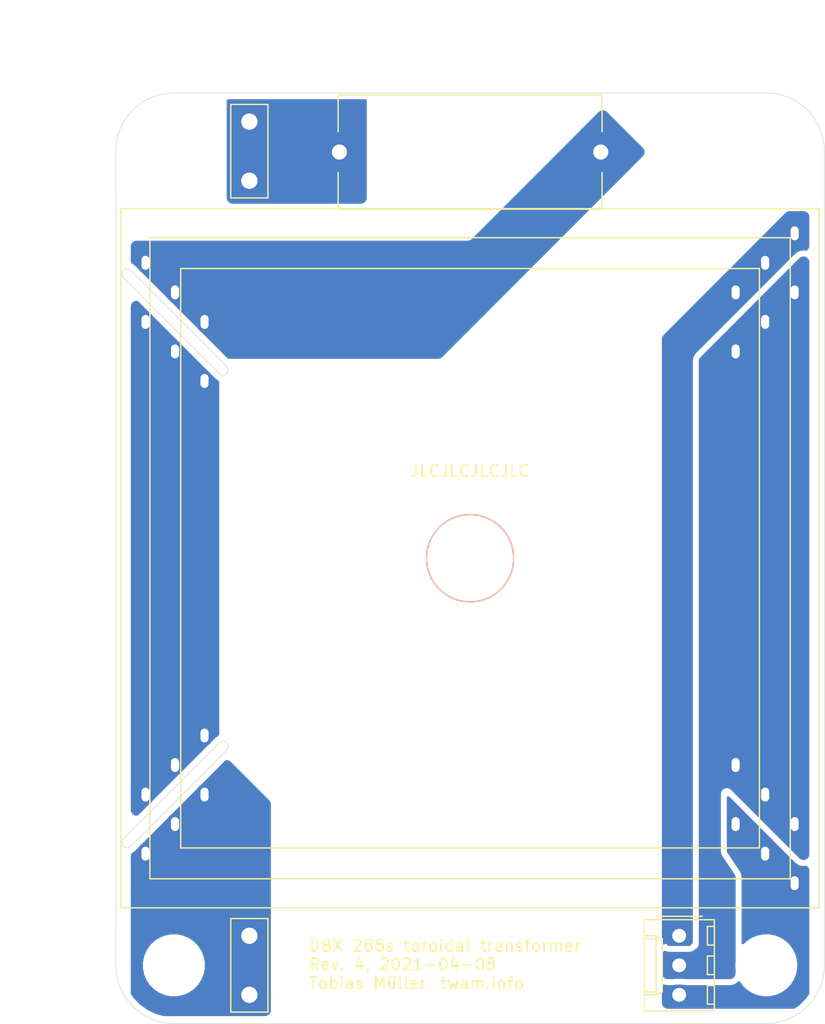
<source format=kicad_pcb>
(kicad_pcb (version 20171130) (host pcbnew "(5.1.9-0-10_14)")

  (general
    (thickness 1.6)
    (drawings 24)
    (tracks 0)
    (zones 0)
    (modules 11)
    (nets 8)
  )

  (page A4)
  (layers
    (0 F.Cu signal)
    (31 B.Cu signal)
    (32 B.Adhes user)
    (33 F.Adhes user)
    (34 B.Paste user)
    (35 F.Paste user)
    (36 B.SilkS user)
    (37 F.SilkS user)
    (38 B.Mask user)
    (39 F.Mask user)
    (40 Dwgs.User user)
    (41 Cmts.User user)
    (42 Eco1.User user)
    (43 Eco2.User user)
    (44 Edge.Cuts user)
    (45 Margin user)
    (46 B.CrtYd user)
    (47 F.CrtYd user)
    (48 B.Fab user)
    (49 F.Fab user hide)
  )

  (setup
    (last_trace_width 0.127)
    (user_trace_width 0.15)
    (user_trace_width 0.2)
    (user_trace_width 0.4)
    (user_trace_width 0.6)
    (trace_clearance 0.127)
    (zone_clearance 0.508)
    (zone_45_only no)
    (trace_min 0.127)
    (via_size 0.6)
    (via_drill 0.3)
    (via_min_size 0.6)
    (via_min_drill 0.3)
    (user_via 0.6 0.3)
    (user_via 0.9 0.4)
    (uvia_size 0.6858)
    (uvia_drill 0.3302)
    (uvias_allowed no)
    (uvia_min_size 0.2)
    (uvia_min_drill 0.1)
    (edge_width 0.05)
    (segment_width 0.2)
    (pcb_text_width 0.3)
    (pcb_text_size 1.5 1.5)
    (mod_edge_width 0.12)
    (mod_text_size 1 1)
    (mod_text_width 0.15)
    (pad_size 1.524 1.524)
    (pad_drill 0.762)
    (pad_to_mask_clearance 0)
    (solder_mask_min_width 0.12)
    (aux_axis_origin 0 0)
    (grid_origin 150 100)
    (visible_elements FFFFFF7F)
    (pcbplotparams
      (layerselection 0x010fc_ffffffff)
      (usegerberextensions false)
      (usegerberattributes true)
      (usegerberadvancedattributes true)
      (creategerberjobfile true)
      (excludeedgelayer true)
      (linewidth 0.100000)
      (plotframeref false)
      (viasonmask false)
      (mode 1)
      (useauxorigin false)
      (hpglpennumber 1)
      (hpglpenspeed 20)
      (hpglpendiameter 15.000000)
      (psnegative false)
      (psa4output false)
      (plotreference true)
      (plotvalue true)
      (plotinvisibletext false)
      (padsonsilk false)
      (subtractmaskfromsilk false)
      (outputformat 1)
      (mirror false)
      (drillshape 0)
      (scaleselection 1)
      (outputdirectory "Gerber/"))
  )

  (net 0 "")
  (net 1 "Net-(F1-Pad2)")
  (net 2 /IN1)
  (net 3 /IN2)
  (net 4 /OUT3)
  (net 5 /OUT2)
  (net 6 /OUT1)
  (net 7 /IN3)

  (net_class Default "This is the default net class."
    (clearance 0.127)
    (trace_width 0.127)
    (via_dia 0.6)
    (via_drill 0.3)
    (uvia_dia 0.6858)
    (uvia_drill 0.3302)
    (diff_pair_width 0.1524)
    (diff_pair_gap 0.254)
    (add_net /IN1)
    (add_net /IN2)
    (add_net /IN3)
    (add_net /OUT1)
    (add_net /OUT2)
    (add_net /OUT3)
    (add_net "Net-(F1-Pad2)")
  )

  (module MountingHole:MountingHole_4.3mm_M4 (layer F.Cu) (tedit 56D1B4CB) (tstamp 604D164C)
    (at 175.5 135)
    (descr "Mounting Hole 4.3mm, no annular, M4")
    (tags "mounting hole 4.3mm no annular m4")
    (path /604EE04B)
    (attr virtual)
    (fp_text reference H4 (at 0 -5.3) (layer F.SilkS) hide
      (effects (font (size 1 1) (thickness 0.15)))
    )
    (fp_text value MountingHole (at 0 5.3) (layer F.Fab)
      (effects (font (size 1 1) (thickness 0.15)))
    )
    (fp_circle (center 0 0) (end 4.55 0) (layer F.CrtYd) (width 0.05))
    (fp_circle (center 0 0) (end 4.3 0) (layer Cmts.User) (width 0.15))
    (fp_text user %R (at 0.3 0) (layer F.Fab)
      (effects (font (size 1 1) (thickness 0.15)))
    )
    (pad 1 np_thru_hole circle (at 0 0) (size 4.3 4.3) (drill 4.3) (layers *.Cu *.Mask))
  )

  (module MountingHole:MountingHole_4.3mm_M4 (layer F.Cu) (tedit 56D1B4CB) (tstamp 604D147A)
    (at 124.5 135)
    (descr "Mounting Hole 4.3mm, no annular, M4")
    (tags "mounting hole 4.3mm no annular m4")
    (path /604EDDEE)
    (attr virtual)
    (fp_text reference H3 (at 0 -5.3) (layer F.SilkS) hide
      (effects (font (size 1 1) (thickness 0.15)))
    )
    (fp_text value MountingHole (at 0 5.3) (layer F.Fab)
      (effects (font (size 1 1) (thickness 0.15)))
    )
    (fp_circle (center 0 0) (end 4.55 0) (layer F.CrtYd) (width 0.05))
    (fp_circle (center 0 0) (end 4.3 0) (layer Cmts.User) (width 0.15))
    (fp_text user %R (at 0.3 0) (layer F.Fab)
      (effects (font (size 1 1) (thickness 0.15)))
    )
    (pad 1 np_thru_hole circle (at 0 0) (size 4.3 4.3) (drill 4.3) (layers *.Cu *.Mask))
  )

  (module MountingHole:MountingHole_4.3mm_M4 (layer F.Cu) (tedit 56D1B4CB) (tstamp 604D1472)
    (at 175.5 65)
    (descr "Mounting Hole 4.3mm, no annular, M4")
    (tags "mounting hole 4.3mm no annular m4")
    (path /604EDBD3)
    (attr virtual)
    (fp_text reference H2 (at 0 -5.3) (layer F.SilkS) hide
      (effects (font (size 1 1) (thickness 0.15)))
    )
    (fp_text value MountingHole (at 0 5.3) (layer F.Fab)
      (effects (font (size 1 1) (thickness 0.15)))
    )
    (fp_circle (center 0 0) (end 4.55 0) (layer F.CrtYd) (width 0.05))
    (fp_circle (center 0 0) (end 4.3 0) (layer Cmts.User) (width 0.15))
    (fp_text user %R (at 0.3 0) (layer F.Fab)
      (effects (font (size 1 1) (thickness 0.15)))
    )
    (pad 1 np_thru_hole circle (at 0 0) (size 4.3 4.3) (drill 4.3) (layers *.Cu *.Mask))
  )

  (module MountingHole:MountingHole_4.3mm_M4 (layer F.Cu) (tedit 56D1B4CB) (tstamp 604D146A)
    (at 124.5 65)
    (descr "Mounting Hole 4.3mm, no annular, M4")
    (tags "mounting hole 4.3mm no annular m4")
    (path /604ED98D)
    (attr virtual)
    (fp_text reference H1 (at 0 -5.3) (layer F.SilkS) hide
      (effects (font (size 1 1) (thickness 0.15)))
    )
    (fp_text value MountingHole (at 0 5.3) (layer F.Fab)
      (effects (font (size 1 1) (thickness 0.15)))
    )
    (fp_circle (center 0 0) (end 4.55 0) (layer F.CrtYd) (width 0.05))
    (fp_circle (center 0 0) (end 4.3 0) (layer Cmts.User) (width 0.15))
    (fp_text user %R (at 0.3 0) (layer F.Fab)
      (effects (font (size 1 1) (thickness 0.15)))
    )
    (pad 1 np_thru_hole circle (at 0 0) (size 4.3 4.3) (drill 4.3) (layers *.Cu *.Mask))
  )

  (module Connector_Molex:Molex_KK-254_AE-6410-03A_1x03_P2.54mm_Vertical (layer F.Cu) (tedit 5EA53D3B) (tstamp 60380BE8)
    (at 168 132.46 270)
    (descr "Molex KK-254 Interconnect System, old/engineering part number: AE-6410-03A example for new part number: 22-27-2031, 3 Pins (http://www.molex.com/pdm_docs/sd/022272021_sd.pdf), generated with kicad-footprint-generator")
    (tags "connector Molex KK-254 vertical")
    (path /600FC25E)
    (fp_text reference J3 (at 2.54 -4.12 90) (layer F.SilkS) hide
      (effects (font (size 1 1) (thickness 0.15)))
    )
    (fp_text value OUTPUT (at 2.54 4.08 90) (layer F.Fab)
      (effects (font (size 1 1) (thickness 0.15)))
    )
    (fp_line (start -1.27 -2.92) (end -1.27 2.88) (layer F.Fab) (width 0.1))
    (fp_line (start -1.27 2.88) (end 6.35 2.88) (layer F.Fab) (width 0.1))
    (fp_line (start 6.35 2.88) (end 6.35 -2.92) (layer F.Fab) (width 0.1))
    (fp_line (start 6.35 -2.92) (end -1.27 -2.92) (layer F.Fab) (width 0.1))
    (fp_line (start -1.38 -3.03) (end -1.38 2.99) (layer F.SilkS) (width 0.12))
    (fp_line (start -1.38 2.99) (end 6.46 2.99) (layer F.SilkS) (width 0.12))
    (fp_line (start 6.46 2.99) (end 6.46 -3.03) (layer F.SilkS) (width 0.12))
    (fp_line (start 6.46 -3.03) (end -1.38 -3.03) (layer F.SilkS) (width 0.12))
    (fp_line (start -1.67 -2) (end -1.67 2) (layer F.SilkS) (width 0.12))
    (fp_line (start -1.27 -0.5) (end -0.562893 0) (layer F.Fab) (width 0.1))
    (fp_line (start -0.562893 0) (end -1.27 0.5) (layer F.Fab) (width 0.1))
    (fp_line (start 0 2.99) (end 0 1.99) (layer F.SilkS) (width 0.12))
    (fp_line (start 0 1.99) (end 5.08 1.99) (layer F.SilkS) (width 0.12))
    (fp_line (start 5.08 1.99) (end 5.08 2.99) (layer F.SilkS) (width 0.12))
    (fp_line (start 0 1.99) (end 0.25 1.46) (layer F.SilkS) (width 0.12))
    (fp_line (start 0.25 1.46) (end 4.83 1.46) (layer F.SilkS) (width 0.12))
    (fp_line (start 4.83 1.46) (end 5.08 1.99) (layer F.SilkS) (width 0.12))
    (fp_line (start 0.25 2.99) (end 0.25 1.99) (layer F.SilkS) (width 0.12))
    (fp_line (start 4.83 2.99) (end 4.83 1.99) (layer F.SilkS) (width 0.12))
    (fp_line (start -0.8 -3.03) (end -0.8 -2.43) (layer F.SilkS) (width 0.12))
    (fp_line (start -0.8 -2.43) (end 0.8 -2.43) (layer F.SilkS) (width 0.12))
    (fp_line (start 0.8 -2.43) (end 0.8 -3.03) (layer F.SilkS) (width 0.12))
    (fp_line (start 1.74 -3.03) (end 1.74 -2.43) (layer F.SilkS) (width 0.12))
    (fp_line (start 1.74 -2.43) (end 3.34 -2.43) (layer F.SilkS) (width 0.12))
    (fp_line (start 3.34 -2.43) (end 3.34 -3.03) (layer F.SilkS) (width 0.12))
    (fp_line (start 4.28 -3.03) (end 4.28 -2.43) (layer F.SilkS) (width 0.12))
    (fp_line (start 4.28 -2.43) (end 5.88 -2.43) (layer F.SilkS) (width 0.12))
    (fp_line (start 5.88 -2.43) (end 5.88 -3.03) (layer F.SilkS) (width 0.12))
    (fp_line (start -1.77 -3.42) (end -1.77 3.38) (layer F.CrtYd) (width 0.05))
    (fp_line (start -1.77 3.38) (end 6.85 3.38) (layer F.CrtYd) (width 0.05))
    (fp_line (start 6.85 3.38) (end 6.85 -3.42) (layer F.CrtYd) (width 0.05))
    (fp_line (start 6.85 -3.42) (end -1.77 -3.42) (layer F.CrtYd) (width 0.05))
    (fp_text user %R (at 2.54 -2.22 90) (layer F.Fab)
      (effects (font (size 1 1) (thickness 0.15)))
    )
    (pad 3 thru_hole oval (at 5.08 0 270) (size 1.74 2.19) (drill 1.19) (layers *.Cu *.Mask)
      (net 4 /OUT3))
    (pad 2 thru_hole oval (at 2.54 0 270) (size 1.74 2.19) (drill 1.19) (layers *.Cu *.Mask)
      (net 5 /OUT2))
    (pad 1 thru_hole roundrect (at 0 0 270) (size 1.74 2.19) (drill 1.19) (layers *.Cu *.Mask) (roundrect_rratio 0.1436775862068966)
      (net 6 /OUT1))
    (model ${KISYS3DMOD}/Connector_Molex.3dshapes/Molex_KK-254_AE-6410-03A_1x03_P2.54mm_Vertical.wrl
      (at (xyz 0 0 0))
      (scale (xyz 1 1 1))
      (rotate (xyz 0 0 0))
    )
  )

  (module twam-Misc:TE_1217332-1 (layer F.Cu) (tedit 600ECE04) (tstamp 600F3599)
    (at 131 135 90)
    (path /600FF2B6)
    (fp_text reference J2 (at 0 2.54 90) (layer F.SilkS) hide
      (effects (font (size 1 1) (thickness 0.15)))
    )
    (fp_text value IN2 (at 0 -2.54 90) (layer F.Fab)
      (effects (font (size 1 1) (thickness 0.15)))
    )
    (fp_line (start 4.02 -1.6) (end -4.02 -1.6) (layer F.SilkS) (width 0.12))
    (fp_line (start 4.02 1.6) (end 4.02 -1.6) (layer F.SilkS) (width 0.12))
    (fp_line (start -4.02 1.6) (end 4.02 1.6) (layer F.SilkS) (width 0.12))
    (fp_line (start -4.02 -1.6) (end -4.02 1.6) (layer F.SilkS) (width 0.12))
    (pad 1 thru_hole circle (at 2.54 0 90) (size 2 2) (drill 1.4) (layers *.Cu *.Mask)
      (net 3 /IN2))
    (pad 1 thru_hole circle (at -2.54 0 90) (size 2 2) (drill 1.4) (layers *.Cu *.Mask)
      (net 3 /IN2))
    (model ${KISYS3DMOD}/twam-Misc.3dshapes/TE_1217332-1.step
      (offset (xyz 0 0 12.6))
      (scale (xyz 1 1 1))
      (rotate (xyz 0 0 0))
    )
  )

  (module twam-Misc:Talema_7xxxx_10VA (layer F.Cu) (tedit 6037FC59) (tstamp 6038003A)
    (at 150 100)
    (path /603824A4)
    (fp_text reference T2 (at 0 15) (layer F.SilkS) hide
      (effects (font (size 1 1) (thickness 0.15)))
    )
    (fp_text value Transformer_2P_2S (at 0 -14) (layer F.Fab)
      (effects (font (size 1 1) (thickness 0.15)))
    )
    (fp_circle (center 0 0) (end 4 0) (layer B.CrtYd) (width 0.12))
    (fp_line (start 27.75 -27.75) (end -27.75 -27.75) (layer F.CrtYd) (width 0.12))
    (fp_line (start 27.75 27.75) (end 27.75 -27.75) (layer F.CrtYd) (width 0.12))
    (fp_line (start -27.75 27.75) (end 27.75 27.75) (layer F.CrtYd) (width 0.12))
    (fp_line (start -27.75 -27.75) (end -27.75 27.75) (layer F.CrtYd) (width 0.12))
    (fp_circle (center 0 0) (end 3.75 0) (layer B.SilkS) (width 0.12))
    (fp_line (start 27.56 -27.56) (end -27.56 -27.56) (layer F.SilkS) (width 0.12))
    (fp_line (start 27.56 27.56) (end 27.56 -27.56) (layer F.SilkS) (width 0.12))
    (fp_line (start -27.56 27.56) (end 27.56 27.56) (layer F.SilkS) (width 0.12))
    (fp_line (start -27.56 -27.56) (end -27.56 27.56) (layer F.SilkS) (width 0.12))
    (pad 4 thru_hole oval (at -25.4 22.86) (size 1.3 1.8) (drill oval 0.7 1.2) (layers *.Cu *.Mask)
      (net 3 /IN2))
    (pad 3 thru_hole oval (at -25.4 17.78) (size 1.3 1.8) (drill oval 0.7 1.2) (layers *.Cu *.Mask)
      (net 7 /IN3))
    (pad 2 thru_hole oval (at -25.4 -17.78) (size 1.3 1.8) (drill oval 0.7 1.2) (layers *.Cu *.Mask)
      (net 7 /IN3))
    (pad 1 thru_hole oval (at -25.4 -22.86) (size 1.3 1.8) (drill oval 0.7 1.2) (layers *.Cu *.Mask)
      (net 2 /IN1))
    (pad 5 thru_hole oval (at 25.4 -25.4) (size 1.3 1.8) (drill oval 0.7 1.2) (layers *.Cu *.Mask)
      (net 6 /OUT1))
    (pad 6 thru_hole oval (at 25.4 -20.32) (size 1.3 1.8) (drill oval 0.7 1.2) (layers *.Cu *.Mask)
      (net 5 /OUT2))
    (pad 7 thru_hole oval (at 25.4 20.32) (size 1.3 1.8) (drill oval 0.7 1.2) (layers *.Cu *.Mask)
      (net 5 /OUT2))
    (pad 8 thru_hole oval (at 25.4 25.4) (size 1.3 1.8) (drill oval 0.7 1.2) (layers *.Cu *.Mask)
      (net 4 /OUT3))
    (pad "" np_thru_hole circle (at 0 0) (size 4.5 4.5) (drill 4.5) (layers *.Cu *.Mask))
  )

  (module twam-Misc:Talema_7xxxx_7VA (layer F.Cu) (tedit 6037FD74) (tstamp 60380051)
    (at 150 100)
    (path /60383E7B)
    (fp_text reference T3 (at 0 15) (layer F.SilkS) hide
      (effects (font (size 1 1) (thickness 0.15)))
    )
    (fp_text value Transformer_2P_2S (at 0 -14) (layer F.Fab)
      (effects (font (size 1 1) (thickness 0.15)))
    )
    (fp_circle (center 0 0) (end 4 0) (layer B.CrtYd) (width 0.12))
    (fp_line (start 25.1 -25.1) (end -25.1 -25.1) (layer F.CrtYd) (width 0.12))
    (fp_line (start 25.1 25.1) (end 25.1 -25.1) (layer F.CrtYd) (width 0.12))
    (fp_line (start -25.1 25.1) (end 25.1 25.1) (layer F.CrtYd) (width 0.12))
    (fp_line (start -25.1 -25.1) (end -25.1 25.1) (layer F.CrtYd) (width 0.12))
    (fp_circle (center 0 0) (end 3.75 0) (layer B.SilkS) (width 0.12))
    (fp_line (start 24.91 -24.91) (end -24.91 -24.91) (layer F.SilkS) (width 0.12))
    (fp_line (start 24.91 24.91) (end 24.91 -24.91) (layer F.SilkS) (width 0.12))
    (fp_line (start -24.91 24.91) (end 24.91 24.91) (layer F.SilkS) (width 0.12))
    (fp_line (start -24.91 -24.91) (end -24.91 24.91) (layer F.SilkS) (width 0.12))
    (pad 4 thru_hole oval (at -22.86 20.32) (size 1.3 1.8) (drill oval 0.7 1.2) (layers *.Cu *.Mask)
      (net 3 /IN2))
    (pad 3 thru_hole oval (at -22.86 15.24) (size 1.3 1.8) (drill oval 0.7 1.2) (layers *.Cu *.Mask)
      (net 7 /IN3))
    (pad 2 thru_hole oval (at -22.86 -15.24) (size 1.3 1.8) (drill oval 0.7 1.2) (layers *.Cu *.Mask)
      (net 7 /IN3))
    (pad 1 thru_hole oval (at -22.86 -20.32) (size 1.3 1.8) (drill oval 0.7 1.2) (layers *.Cu *.Mask)
      (net 2 /IN1))
    (pad 5 thru_hole oval (at 22.86 -22.86) (size 1.3 1.8) (drill oval 0.7 1.2) (layers *.Cu *.Mask)
      (net 6 /OUT1))
    (pad 6 thru_hole oval (at 22.86 -17.78) (size 1.3 1.8) (drill oval 0.7 1.2) (layers *.Cu *.Mask)
      (net 5 /OUT2))
    (pad 7 thru_hole oval (at 22.86 17.78) (size 1.3 1.8) (drill oval 0.7 1.2) (layers *.Cu *.Mask)
      (net 5 /OUT2))
    (pad 8 thru_hole oval (at 22.86 22.86) (size 1.3 1.8) (drill oval 0.7 1.2) (layers *.Cu *.Mask)
      (net 4 /OUT3))
    (pad "" np_thru_hole circle (at 0 0) (size 4.5 4.5) (drill 4.5) (layers *.Cu *.Mask))
  )

  (module Fuse:Fuseholder_Cylinder-5x20mm_Schurter_0031_8201_Horizontal_Open (layer F.Cu) (tedit 5D717D34) (tstamp 603858C4)
    (at 161.25 65.075 180)
    (descr "Fuseholder horizontal open, 5x20mm, 500V, 16A, Schurter 0031.8201, https://us.schurter.com/bundles/snceschurter/epim/_ProdPool_/newDS/en/typ_OGN.pdf")
    (tags "Fuseholder horizontal open 5x20 Schurter 0031.8201")
    (path /6037FC2F)
    (fp_text reference F1 (at 11.25 -6) (layer F.SilkS) hide
      (effects (font (size 1 1) (thickness 0.15)))
    )
    (fp_text value Fuse (at 11.25 6) (layer F.Fab)
      (effects (font (size 1 1) (thickness 0.15)))
    )
    (fp_line (start -0.11 4.91) (end -0.11 1.75) (layer F.SilkS) (width 0.12))
    (fp_line (start 24.25 -5.05) (end 24.25 5.05) (layer F.CrtYd) (width 0.05))
    (fp_line (start -0.11 4.91) (end 22.61 4.91) (layer F.SilkS) (width 0.12))
    (fp_line (start -1.75 -5.05) (end 24.25 -5.05) (layer F.CrtYd) (width 0.05))
    (fp_line (start 24.25 5.05) (end -1.75 5.05) (layer F.CrtYd) (width 0.05))
    (fp_line (start -0.11 -4.91) (end 22.61 -4.91) (layer F.SilkS) (width 0.12))
    (fp_line (start -0.11 -1.75) (end -0.11 -4.91) (layer F.SilkS) (width 0.12))
    (fp_line (start 22.61 -1.75) (end 22.61 -4.91) (layer F.SilkS) (width 0.12))
    (fp_line (start 22.61 4.91) (end 22.61 1.75) (layer F.SilkS) (width 0.12))
    (fp_line (start -1.75 5.05) (end -1.75 -5.05) (layer F.CrtYd) (width 0.05))
    (fp_line (start 22.5 -4.8) (end 0 -4.8) (layer F.Fab) (width 0.1))
    (fp_line (start 22.5 4.8) (end 22.5 -4.8) (layer F.Fab) (width 0.1))
    (fp_line (start 0 4.8) (end 22.5 4.8) (layer F.Fab) (width 0.1))
    (fp_line (start 0 -4.8) (end 0 4.8) (layer F.Fab) (width 0.1))
    (fp_text user %R (at 11.25 4) (layer F.Fab)
      (effects (font (size 1 1) (thickness 0.15)))
    )
    (pad "" np_thru_hole circle (at 11.25 0 180) (size 2.7 2.7) (drill 2.7) (layers *.Cu *.Mask))
    (pad 2 thru_hole circle (at 22.5 0 180) (size 3 3) (drill 1.3) (layers *.Cu *.Mask)
      (net 1 "Net-(F1-Pad2)"))
    (pad 1 thru_hole circle (at 0 0 180) (size 3 3) (drill 1.3) (layers *.Cu *.Mask)
      (net 2 /IN1))
    (model ${KISYS3DMOD}/Fuse.3dshapes/Fuseholder_Cylinder-5x20mm_Schurter_0031_8201_Horizontal_Open.wrl
      (at (xyz 0 0 0))
      (scale (xyz 1 1 1))
      (rotate (xyz 0 0 0))
    )
  )

  (module twam-Misc:Talema_7xxxx_15VA (layer F.Cu) (tedit 600EC6E2) (tstamp 600F3358)
    (at 150 100)
    (path /600F9EFB)
    (fp_text reference T1 (at 0 15) (layer F.SilkS) hide
      (effects (font (size 1 1) (thickness 0.15)))
    )
    (fp_text value Transformer_2P_2S (at 0 -14) (layer F.Fab)
      (effects (font (size 1 1) (thickness 0.15)))
    )
    (fp_circle (center 0 0) (end 4 0) (layer B.CrtYd) (width 0.12))
    (fp_line (start 30.25 -30.25) (end -30.25 -30.25) (layer F.CrtYd) (width 0.12))
    (fp_line (start 30.25 30.25) (end 30.25 -30.25) (layer F.CrtYd) (width 0.12))
    (fp_line (start -30.25 30.25) (end 30.25 30.25) (layer F.CrtYd) (width 0.12))
    (fp_line (start -30.25 -30.25) (end -30.25 30.25) (layer F.CrtYd) (width 0.12))
    (fp_circle (center 0 0) (end 3.75 0) (layer B.SilkS) (width 0.12))
    (fp_line (start 30.06 -30.06) (end -30.06 -30.06) (layer F.SilkS) (width 0.12))
    (fp_line (start 30.06 30.06) (end 30.06 -30.06) (layer F.SilkS) (width 0.12))
    (fp_line (start -30.06 30.06) (end 30.06 30.06) (layer F.SilkS) (width 0.12))
    (fp_line (start -30.06 -30.06) (end -30.06 30.06) (layer F.SilkS) (width 0.12))
    (pad "" np_thru_hole circle (at 0 0) (size 4.5 4.5) (drill 4.5) (layers *.Cu *.Mask))
    (pad 8 thru_hole oval (at 27.94 27.94) (size 1.3 1.8) (drill oval 0.7 1.2) (layers *.Cu *.Mask)
      (net 4 /OUT3))
    (pad 7 thru_hole oval (at 27.94 22.86) (size 1.3 1.8) (drill oval 0.7 1.2) (layers *.Cu *.Mask)
      (net 5 /OUT2))
    (pad 6 thru_hole oval (at 27.94 -22.86) (size 1.3 1.8) (drill oval 0.7 1.2) (layers *.Cu *.Mask)
      (net 5 /OUT2))
    (pad 5 thru_hole oval (at 27.94 -27.94) (size 1.3 1.8) (drill oval 0.7 1.2) (layers *.Cu *.Mask)
      (net 6 /OUT1))
    (pad 1 thru_hole oval (at -27.94 -25.4) (size 1.3 1.8) (drill oval 0.7 1.2) (layers *.Cu *.Mask)
      (net 2 /IN1))
    (pad 2 thru_hole oval (at -27.94 -20.32) (size 1.3 1.8) (drill oval 0.7 1.2) (layers *.Cu *.Mask)
      (net 7 /IN3))
    (pad 3 thru_hole oval (at -27.94 20.32) (size 1.3 1.8) (drill oval 0.7 1.2) (layers *.Cu *.Mask)
      (net 7 /IN3))
    (pad 4 thru_hole oval (at -27.94 25.4) (size 1.3 1.8) (drill oval 0.7 1.2) (layers *.Cu *.Mask)
      (net 3 /IN2))
  )

  (module twam-Misc:TE_1217332-1 (layer F.Cu) (tedit 600ECE04) (tstamp 600F358F)
    (at 131 65 270)
    (path /600FE321)
    (fp_text reference J1 (at 0 2.54 90) (layer F.SilkS) hide
      (effects (font (size 1 1) (thickness 0.15)))
    )
    (fp_text value IN1 (at 0 -2.54 90) (layer F.Fab)
      (effects (font (size 1 1) (thickness 0.15)))
    )
    (fp_line (start 4.02 -1.6) (end -4.02 -1.6) (layer F.SilkS) (width 0.12))
    (fp_line (start 4.02 1.6) (end 4.02 -1.6) (layer F.SilkS) (width 0.12))
    (fp_line (start -4.02 1.6) (end 4.02 1.6) (layer F.SilkS) (width 0.12))
    (fp_line (start -4.02 -1.6) (end -4.02 1.6) (layer F.SilkS) (width 0.12))
    (pad 1 thru_hole circle (at 2.54 0 270) (size 2 2) (drill 1.4) (layers *.Cu *.Mask)
      (net 1 "Net-(F1-Pad2)"))
    (pad 1 thru_hole circle (at -2.54 0 270) (size 2 2) (drill 1.4) (layers *.Cu *.Mask)
      (net 1 "Net-(F1-Pad2)"))
    (model ${KISYS3DMOD}/twam-Misc.3dshapes/TE_1217332-1.step
      (offset (xyz 0 0 12.6))
      (scale (xyz 1 1 1))
      (rotate (xyz 0 0 0))
    )
  )

  (gr_arc (start 120.4725 75.5525) (end 120.789999 75.235001) (angle -180) (layer Edge.Cuts) (width 0.05))
  (gr_arc (start 120.4725 124.4475) (end 120.155 124.13) (angle -180) (layer Edge.Cuts) (width 0.05) (tstamp 603802DB))
  (gr_line (start 119.52 126.035) (end 119.52 73.965) (layer Edge.Cuts) (width 0.05))
  (gr_line (start 119.5 135) (end 119.52 126.035) (layer Edge.Cuts) (width 0.05) (tstamp 60380231))
  (gr_arc (start 128.7275 116.1925) (end 128.410001 115.875001) (angle 180) (layer Edge.Cuts) (width 0.05))
  (gr_line (start 129.044999 116.509999) (end 120.79 124.765) (layer Edge.Cuts) (width 0.05))
  (gr_line (start 120.155 124.13) (end 128.410001 115.875001) (layer Edge.Cuts) (width 0.05))
  (gr_arc (start 128.7275 83.8075) (end 128.41 84.125) (angle -180) (layer Edge.Cuts) (width 0.05))
  (gr_line (start 129.045 83.49) (end 120.789999 75.235001) (layer Edge.Cuts) (width 0.05))
  (gr_line (start 120.155001 75.869999) (end 128.41 84.125) (layer Edge.Cuts) (width 0.05))
  (gr_text "DBX 286s toroidal transformer\nRev. 4, 2021-04-08\nTobias Müller, twam.info" (at 136.03 134.925) (layer F.SilkS)
    (effects (font (size 1 1) (thickness 0.15)) (justify left))
  )
  (gr_text JLCJLCJLCJLC (at 150 92.5) (layer F.SilkS)
    (effects (font (size 1 1) (thickness 0.15)))
  )
  (dimension 80 (width 0.12) (layer Dwgs.User)
    (gr_text "80.000 mm" (at 113.23 100 270) (layer Dwgs.User)
      (effects (font (size 1 1) (thickness 0.15)))
    )
    (feature1 (pts (xy 124.5 140) (xy 113.913579 140)))
    (feature2 (pts (xy 124.5 60) (xy 113.913579 60)))
    (crossbar (pts (xy 114.5 60) (xy 114.5 140)))
    (arrow1a (pts (xy 114.5 140) (xy 113.913579 138.873496)))
    (arrow1b (pts (xy 114.5 140) (xy 115.086421 138.873496)))
    (arrow2a (pts (xy 114.5 60) (xy 113.913579 61.126504)))
    (arrow2b (pts (xy 114.5 60) (xy 115.086421 61.126504)))
  )
  (dimension 61 (width 0.12) (layer Dwgs.User)
    (gr_text "61.000 mm" (at 150 52.73) (layer Dwgs.User)
      (effects (font (size 1 1) (thickness 0.15)))
    )
    (feature1 (pts (xy 180.5 65) (xy 180.5 53.413579)))
    (feature2 (pts (xy 119.5 65) (xy 119.5 53.413579)))
    (crossbar (pts (xy 119.5 54) (xy 180.5 54)))
    (arrow1a (pts (xy 180.5 54) (xy 179.373496 54.586421)))
    (arrow1b (pts (xy 180.5 54) (xy 179.373496 53.413579)))
    (arrow2a (pts (xy 119.5 54) (xy 120.626504 54.586421)))
    (arrow2b (pts (xy 119.5 54) (xy 120.626504 53.413579)))
  )
  (dimension 51 (width 0.12) (layer Dwgs.User)
    (gr_text "51.000 mm" (at 150 56.23) (layer Dwgs.User)
      (effects (font (size 1 1) (thickness 0.15)))
    )
    (feature1 (pts (xy 175.5 65) (xy 175.5 56.913579)))
    (feature2 (pts (xy 124.5 65) (xy 124.5 56.913579)))
    (crossbar (pts (xy 124.5 57.5) (xy 175.5 57.5)))
    (arrow1a (pts (xy 175.5 57.5) (xy 174.373496 58.086421)))
    (arrow1b (pts (xy 175.5 57.5) (xy 174.373496 56.913579)))
    (arrow2a (pts (xy 124.5 57.5) (xy 125.626504 58.086421)))
    (arrow2b (pts (xy 124.5 57.5) (xy 125.626504 56.913579)))
  )
  (dimension 70 (width 0.12) (layer Dwgs.User)
    (gr_text "70.000 mm" (at 116.23 100 270) (layer Dwgs.User)
      (effects (font (size 1 1) (thickness 0.15)))
    )
    (feature1 (pts (xy 124.5 135) (xy 116.913579 135)))
    (feature2 (pts (xy 124.5 65) (xy 116.913579 65)))
    (crossbar (pts (xy 117.5 65) (xy 117.5 135)))
    (arrow1a (pts (xy 117.5 135) (xy 116.913579 133.873496)))
    (arrow1b (pts (xy 117.5 135) (xy 118.086421 133.873496)))
    (arrow2a (pts (xy 117.5 65) (xy 116.913579 66.126504)))
    (arrow2b (pts (xy 117.5 65) (xy 118.086421 66.126504)))
  )
  (gr_arc (start 175.5 135) (end 175.5 140) (angle -90) (layer Edge.Cuts) (width 0.05))
  (gr_arc (start 124.5 135) (end 119.5 135) (angle -90) (layer Edge.Cuts) (width 0.05))
  (gr_arc (start 124.5 65) (end 124.5 60) (angle -90) (layer Edge.Cuts) (width 0.05))
  (gr_arc (start 175.5 65) (end 180.5 65) (angle -90) (layer Edge.Cuts) (width 0.05))
  (gr_line (start 119.52 73.965) (end 119.5 65) (layer Edge.Cuts) (width 0.05) (tstamp 600F33C5))
  (gr_line (start 175.5 140) (end 124.5 140) (layer Edge.Cuts) (width 0.05))
  (gr_line (start 180.5 65) (end 180.5 135) (layer Edge.Cuts) (width 0.05))
  (gr_line (start 124.5 60) (end 175.5 60) (layer Edge.Cuts) (width 0.05) (tstamp 60161BE3))

  (zone (net 7) (net_name /IN3) (layer B.Cu) (tstamp 606EFA6B) (hatch edge 0.508)
    (connect_pads yes (clearance 0.508))
    (min_thickness 0.254)
    (fill yes (arc_segments 32) (thermal_gap 0.508) (thermal_bridge_width 0.508) (smoothing fillet) (radius 0.508))
    (polygon
      (pts
        (xy 128.41 84.76) (xy 128.41 115.24) (xy 120.79 122.86) (xy 120.79 77.14)
      )
    )
    (filled_polygon
      (pts
        (xy 121.344366 77.992744) (xy 127.966233 84.614614) (xy 127.991419 84.635284) (xy 127.99554 84.639405) (xy 128.002702 84.645204)
        (xy 128.032187 84.668742) (xy 128.041549 84.676425) (xy 128.042344 84.67685) (xy 128.071188 84.699876) (xy 128.121339 84.732445)
        (xy 128.171068 84.765735) (xy 128.179219 84.770033) (xy 128.239662 84.801363) (xy 128.26896 84.872095) (xy 128.283 84.978741)
        (xy 128.283 115.021259) (xy 128.26896 115.127905) (xy 128.23993 115.197988) (xy 128.16583 115.237721) (xy 128.116126 115.270995)
        (xy 128.065958 115.303574) (xy 128.058797 115.309373) (xy 127.991081 115.364995) (xy 127.991078 115.364998) (xy 127.966234 115.385387)
        (xy 121.344364 122.007256) (xy 121.260792 122.011362) (xy 121.15273 121.984293) (xy 121.057177 121.927022) (xy 120.982365 121.844479)
        (xy 120.934735 121.743773) (xy 120.917 121.624215) (xy 120.917 78.375785) (xy 120.934735 78.256227) (xy 120.982365 78.155521)
        (xy 121.057177 78.072978) (xy 121.15273 78.015707) (xy 121.260792 77.988638)
      )
    )
  )
  (zone (net 3) (net_name /IN2) (layer B.Cu) (tstamp 606EFA68) (hatch edge 0.508)
    (connect_pads yes (clearance 0.508))
    (min_thickness 0.254)
    (fill yes (arc_segments 32) (thermal_gap 0.508) (thermal_bridge_width 0.508) (smoothing fillet) (radius 0.508))
    (polygon
      (pts
        (xy 132.855 120.955) (xy 132.855 139.37) (xy 120.79 139.37) (xy 120.79 125.4) (xy 129.045 117.145)
      )
    )
    (filled_polygon
      (pts
        (xy 129.143323 117.49646) (xy 129.234954 117.534416) (xy 129.320288 117.599894) (xy 132.610523 120.890129) (xy 132.676007 120.975469)
        (xy 132.71396 121.067095) (xy 132.728 121.173741) (xy 132.728 138.853679) (xy 132.71396 138.960325) (xy 132.676007 139.051951)
        (xy 132.615632 139.130632) (xy 132.536951 139.191007) (xy 132.445325 139.22896) (xy 132.338679 139.243) (xy 123.63751 139.243)
        (xy 122.98811 139.065344) (xy 122.292096 138.733363) (xy 121.66587 138.283374) (xy 121.129223 137.729597) (xy 120.917 137.413776)
        (xy 120.917 134.725701) (xy 121.715 134.725701) (xy 121.715 135.274299) (xy 121.822026 135.812354) (xy 122.031965 136.319192)
        (xy 122.33675 136.775334) (xy 122.724666 137.16325) (xy 123.180808 137.468035) (xy 123.687646 137.677974) (xy 124.225701 137.785)
        (xy 124.774299 137.785) (xy 125.312354 137.677974) (xy 125.819192 137.468035) (xy 126.275334 137.16325) (xy 126.66325 136.775334)
        (xy 126.968035 136.319192) (xy 127.177974 135.812354) (xy 127.285 135.274299) (xy 127.285 134.725701) (xy 127.177974 134.187646)
        (xy 126.968035 133.680808) (xy 126.66325 133.224666) (xy 126.275334 132.83675) (xy 125.819192 132.531965) (xy 125.312354 132.322026)
        (xy 124.774299 132.215) (xy 124.225701 132.215) (xy 123.687646 132.322026) (xy 123.180808 132.531965) (xy 122.724666 132.83675)
        (xy 122.33675 133.224666) (xy 122.031965 133.680808) (xy 121.822026 134.187646) (xy 121.715 134.725701) (xy 120.917 134.725701)
        (xy 120.917 125.618741) (xy 120.93104 125.512095) (xy 120.960069 125.442014) (xy 121.034165 125.402285) (xy 121.083856 125.36902)
        (xy 121.134047 125.336425) (xy 121.141208 125.330625) (xy 121.208924 125.275003) (xy 121.208932 125.274995) (xy 121.233766 125.254614)
        (xy 128.998779 117.4896) (xy 129.045 117.483515)
      )
    )
  )
  (zone (net 2) (net_name /IN1) (layer B.Cu) (tstamp 606EFA65) (hatch edge 0.508)
    (connect_pads yes (clearance 0.508))
    (min_thickness 0.254)
    (fill yes (arc_segments 32) (thermal_gap 0.508) (thermal_bridge_width 0.508) (smoothing fillet) (radius 0.508))
    (polygon
      (pts
        (xy 165.24 65.075) (xy 147.46 82.855) (xy 129.045 82.855) (xy 120.79 74.6) (xy 120.79 72.695)
        (xy 150 72.695) (xy 161.43 61.265)
      )
    )
    (filled_polygon
      (pts
        (xy 161.528323 61.61646) (xy 161.619954 61.654416) (xy 161.705288 61.719894) (xy 164.785106 64.799712) (xy 164.850584 64.885046)
        (xy 164.88854 64.976677) (xy 164.901485 65.075) (xy 164.88854 65.173323) (xy 164.850584 65.264954) (xy 164.785106 65.350288)
        (xy 147.524871 82.610523) (xy 147.439531 82.676007) (xy 147.347905 82.71396) (xy 147.241259 82.728) (xy 129.263741 82.728)
        (xy 129.209201 82.72082) (xy 121.233765 74.745387) (xy 121.208586 74.724723) (xy 121.204459 74.720596) (xy 121.197297 74.714797)
        (xy 121.167743 74.691204) (xy 121.158448 74.683576) (xy 121.157659 74.683154) (xy 121.128811 74.660125) (xy 121.078655 74.627553)
        (xy 121.028932 74.594266) (xy 121.02078 74.589968) (xy 120.960339 74.558639) (xy 120.93104 74.487905) (xy 120.917 74.381259)
        (xy 120.917 73.211321) (xy 120.93104 73.104675) (xy 120.968993 73.013049) (xy 121.029368 72.934368) (xy 121.108049 72.873993)
        (xy 121.199675 72.83604) (xy 121.306321 72.822) (xy 149.78958 72.822) (xy 149.806157 72.820913) (xy 149.937637 72.803603)
        (xy 149.96966 72.795023) (xy 150.09218 72.744274) (xy 150.120893 72.727697) (xy 150.226103 72.646966) (xy 150.238593 72.636013)
        (xy 161.154712 61.719894) (xy 161.240046 61.654416) (xy 161.331677 61.61646) (xy 161.43 61.603515)
      )
    )
  )
  (zone (net 1) (net_name "Net-(F1-Pad2)") (layer B.Cu) (tstamp 606EFA62) (hatch edge 0.508)
    (connect_pads yes (clearance 0.508))
    (min_thickness 0.254)
    (fill yes (arc_segments 32) (thermal_gap 0.508) (thermal_bridge_width 0.508) (smoothing fillet) (radius 0.508))
    (polygon
      (pts
        (xy 141.11 69.52) (xy 129.045 69.52) (xy 129.045 59.995) (xy 141.11 59.995)
      )
    )
    (filled_polygon
      (pts
        (xy 140.983 69.003679) (xy 140.96896 69.110325) (xy 140.931007 69.201951) (xy 140.870632 69.280632) (xy 140.791951 69.341007)
        (xy 140.700325 69.37896) (xy 140.593679 69.393) (xy 129.561321 69.393) (xy 129.454675 69.37896) (xy 129.363049 69.341007)
        (xy 129.284368 69.280632) (xy 129.223993 69.201951) (xy 129.18604 69.110325) (xy 129.172 69.003679) (xy 129.172 60.66)
        (xy 140.983 60.66)
      )
    )
  )
  (zone (net 4) (net_name /OUT3) (layer B.Cu) (tstamp 606EFA5F) (hatch edge 0.508)
    (connect_pads yes (clearance 0.508))
    (min_thickness 0.254)
    (fill yes (arc_segments 32) (thermal_gap 0.508) (thermal_bridge_width 0.508) (smoothing fillet) (radius 0.508))
    (polygon
      (pts
        (xy 179.21 126.67) (xy 179.21 138.735) (xy 166.51 138.735) (xy 166.51 136.195) (xy 172.86 136.195)
        (xy 172.86 127.305) (xy 171.59 125.4) (xy 171.59 119.05)
      )
    )
    (filled_polygon
      (pts
        (xy 177.893777 126.251803) (xy 177.964519 126.312825) (xy 178.084259 126.401631) (xy 178.136078 126.436256) (xy 178.248609 126.489478)
        (xy 178.388973 126.5397) (xy 178.571736 126.576053) (xy 178.720635 126.583368) (xy 178.782951 126.583368) (xy 178.906086 126.565103)
        (xy 178.921609 126.561215) (xy 178.965523 126.605129) (xy 179.031007 126.690469) (xy 179.06896 126.782095) (xy 179.083 126.888741)
        (xy 179.083 137.417156) (xy 178.783374 137.83413) (xy 178.229597 138.370777) (xy 177.876572 138.608) (xy 167.026321 138.608)
        (xy 166.919675 138.59396) (xy 166.828049 138.556007) (xy 166.749368 138.495632) (xy 166.688993 138.416951) (xy 166.65104 138.325325)
        (xy 166.637 138.218679) (xy 166.637 136.761654) (xy 166.643518 136.764354) (xy 166.803634 136.807257) (xy 166.935114 136.824567)
        (xy 167.018 136.83) (xy 172.352 136.83) (xy 172.434886 136.824567) (xy 172.566366 136.807257) (xy 172.726482 136.764354)
        (xy 172.849002 136.713605) (xy 172.992565 136.630719) (xy 173.097775 136.549988) (xy 173.150769 136.496994) (xy 173.33675 136.775334)
        (xy 173.724666 137.16325) (xy 174.180808 137.468035) (xy 174.687646 137.677974) (xy 175.225701 137.785) (xy 175.774299 137.785)
        (xy 176.312354 137.677974) (xy 176.819192 137.468035) (xy 177.275334 137.16325) (xy 177.66325 136.775334) (xy 177.968035 136.319192)
        (xy 178.177974 135.812354) (xy 178.285 135.274299) (xy 178.285 134.725701) (xy 178.177974 134.187646) (xy 177.968035 133.680808)
        (xy 177.66325 133.224666) (xy 177.275334 132.83675) (xy 176.819192 132.531965) (xy 176.312354 132.322026) (xy 175.774299 132.215)
        (xy 175.225701 132.215) (xy 174.687646 132.322026) (xy 174.180808 132.531965) (xy 173.724666 132.83675) (xy 173.495 133.066416)
        (xy 173.495 127.45881) (xy 173.488152 127.365801) (xy 173.466355 127.218591) (xy 173.41245 127.040555) (xy 173.348929 126.905977)
        (xy 173.303034 126.824787) (xy 172.229606 125.214647) (xy 172.226178 125.207384) (xy 172.225 125.19943) (xy 172.225 120.583026)
      )
    )
  )
  (zone (net 5) (net_name /OUT2) (layer B.Cu) (tstamp 606EFA5C) (hatch edge 0.508)
    (priority 1)
    (connect_pads yes (clearance 0.508))
    (min_thickness 0.254)
    (fill yes (arc_segments 32) (thermal_gap 0.508) (thermal_bridge_width 0.508) (smoothing fillet) (radius 0.508))
    (polygon
      (pts
        (xy 179.21 126.67) (xy 171.59 119.05) (xy 171.59 125.4) (xy 172.86 127.305) (xy 172.86 136.195)
        (xy 166.51 136.195) (xy 166.51 133.655) (xy 169.685 133.655) (xy 169.685 82.855) (xy 179.21 73.33)
      )
    )
    (filled_polygon
      (pts
        (xy 178.84727 74.205707) (xy 178.942823 74.262978) (xy 179.017635 74.345521) (xy 179.065265 74.446227) (xy 179.083 74.565785)
        (xy 179.083 125.434215) (xy 179.065265 125.553773) (xy 179.017635 125.654479) (xy 178.942823 125.737022) (xy 178.84727 125.794293)
        (xy 178.739208 125.821362) (xy 178.62794 125.815895) (xy 178.523053 125.778367) (xy 178.425973 125.706367) (xy 172.547013 119.827407)
        (xy 172.532864 119.815203) (xy 172.413124 119.726397) (xy 172.39177 119.713598) (xy 172.380254 119.708828) (xy 172.23989 119.658606)
        (xy 172.203338 119.651335) (xy 172.054439 119.64402) (xy 172.029572 119.645242) (xy 172.017348 119.647673) (xy 171.872738 119.683896)
        (xy 171.838306 119.698158) (xy 171.710437 119.774799) (xy 171.69044 119.78963) (xy 171.681627 119.798443) (xy 171.581512 119.908903)
        (xy 171.566681 119.9289) (xy 171.560806 119.939892) (xy 171.497067 120.074657) (xy 171.48868 120.098098) (xy 171.486249 120.110321)
        (xy 171.464375 120.257785) (xy 171.463 120.27642) (xy 171.463 125.24619) (xy 171.46437 125.264792) (xy 171.486167 125.412002)
        (xy 171.496948 125.447609) (xy 171.560469 125.582187) (xy 171.569648 125.598425) (xy 172.663825 127.239688) (xy 172.715327 127.348803)
        (xy 172.733 127.468159) (xy 172.733 134.635209) (xy 172.715 134.725701) (xy 172.715 135.274299) (xy 172.733 135.364791)
        (xy 172.733 135.678679) (xy 172.71896 135.785325) (xy 172.681007 135.876951) (xy 172.620632 135.955632) (xy 172.541951 136.016007)
        (xy 172.450325 136.05396) (xy 172.343679 136.068) (xy 168.557032 136.068) (xy 168.520032 136.056776) (xy 168.298936 136.035)
        (xy 167.701064 136.035) (xy 167.479968 136.056776) (xy 167.442968 136.068) (xy 167.026321 136.068) (xy 166.919675 136.05396)
        (xy 166.828049 136.016007) (xy 166.749368 135.955632) (xy 166.688993 135.876951) (xy 166.65104 135.785325) (xy 166.637 135.678679)
        (xy 166.637 134.171321) (xy 166.65104 134.064675) (xy 166.688993 133.973049) (xy 166.749368 133.894368) (xy 166.771688 133.877241)
        (xy 166.815149 133.900472) (xy 166.981745 133.951008) (xy 167.154999 133.968072) (xy 168.845001 133.968072) (xy 169.018255 133.951008)
        (xy 169.184851 133.900472) (xy 169.338387 133.818405) (xy 169.472962 133.707962) (xy 169.474129 133.70654) (xy 169.4796 133.704274)
        (xy 169.508313 133.687697) (xy 169.613523 133.606966) (xy 169.636966 133.583523) (xy 169.717697 133.478313) (xy 169.734274 133.4496)
        (xy 169.785023 133.32708) (xy 169.793603 133.295057) (xy 169.810913 133.163577) (xy 169.812 133.147) (xy 169.812 83.073741)
        (xy 169.82604 82.967095) (xy 169.863993 82.875469) (xy 169.929477 82.790129) (xy 178.425973 74.293633) (xy 178.523053 74.221633)
        (xy 178.62794 74.184105) (xy 178.739208 74.178638)
      )
    )
  )
  (zone (net 6) (net_name /OUT1) (layer B.Cu) (tstamp 606EFA59) (hatch edge 0.508)
    (connect_pads yes (clearance 0.508))
    (min_thickness 0.254)
    (fill yes (arc_segments 32) (thermal_gap 0.508) (thermal_bridge_width 0.508) (smoothing fillet) (radius 0.508))
    (polygon
      (pts
        (xy 179.21 73.33) (xy 169.685 82.855) (xy 169.685 133.655) (xy 166.51 133.655) (xy 166.51 80.95)
        (xy 177.305 70.155) (xy 179.21 70.155)
      )
    )
    (filled_polygon
      (pts
        (xy 178.800325 70.29604) (xy 178.891951 70.333993) (xy 178.970632 70.394368) (xy 179.031007 70.473049) (xy 179.06896 70.564675)
        (xy 179.083 70.671321) (xy 179.083 73.111259) (xy 179.06896 73.217905) (xy 179.031007 73.309531) (xy 178.965523 73.394871)
        (xy 178.921609 73.438785) (xy 178.906086 73.434897) (xy 178.844967 73.42274) (xy 178.720635 73.416632) (xy 178.571736 73.423947)
        (xy 178.388973 73.4603) (xy 178.248609 73.510522) (xy 178.19103 73.534372) (xy 178.084259 73.598369) (xy 177.964519 73.687175)
        (xy 177.893777 73.748197) (xy 169.384777 82.257197) (xy 169.330012 82.319645) (xy 169.249281 82.424855) (xy 169.166395 82.568418)
        (xy 169.115646 82.690938) (xy 169.072743 82.851054) (xy 169.055433 82.982534) (xy 169.05 83.06542) (xy 169.05 133.02)
        (xy 167.018 133.02) (xy 166.935114 133.025433) (xy 166.803634 133.042743) (xy 166.643518 133.085646) (xy 166.637 133.088346)
        (xy 166.637 81.168741) (xy 166.65104 81.062095) (xy 166.688993 80.970469) (xy 166.754477 80.885129) (xy 177.240129 70.399477)
        (xy 177.325469 70.333993) (xy 177.417095 70.29604) (xy 177.523741 70.282) (xy 178.693679 70.282)
      )
    )
  )
)

</source>
